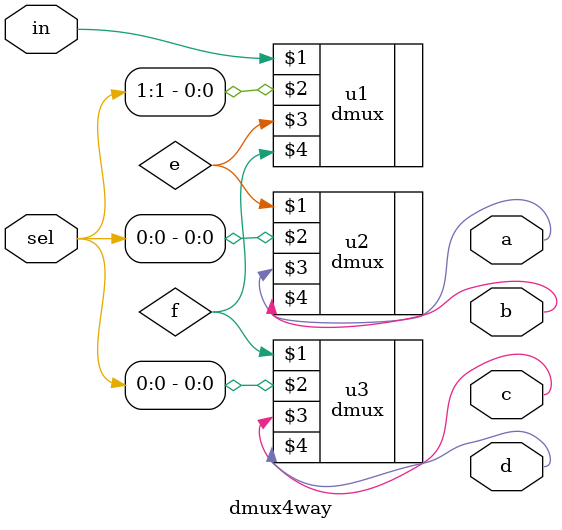
<source format=v>
`ifndef dmux
  `include "src/dmux.v"
`endif

`define dmux4way 1

module dmux4way (
  input in,
  input [1:0] sel,
  output a,
  output b,
  output c,
  output d
);
  wire e, f;

  dmux u1 (in, sel[1], e, f);
  dmux u2 (e, sel[0], a, b);
  dmux u3 (f, sel[0], c, d);
endmodule

</source>
